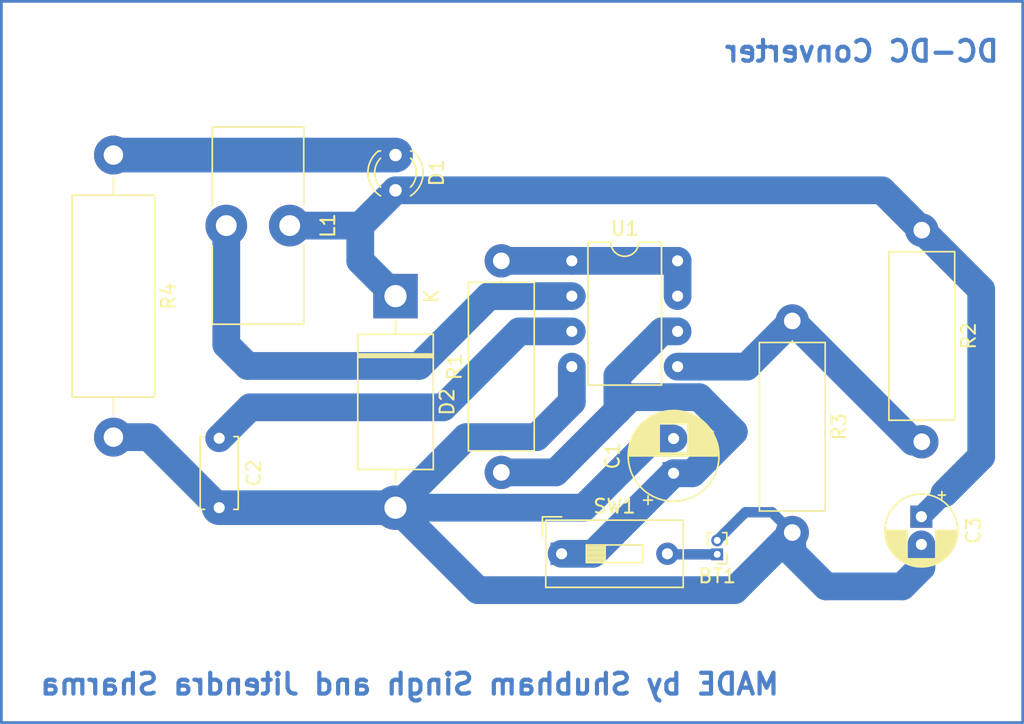
<source format=kicad_pcb>
(kicad_pcb (version 20221018) (generator pcbnew)
  (layers (0 "F.Cu" signal) (31 "B.Cu" signal) (34 "B.Paste" user) (35 "F.Paste" user) (36 "B.SilkS" user "B.Silkscreen") (37 "F.SilkS" user "F.Silkscreen") (38 "B.Mask" user) (39 "F.Mask" user) (44 "Edge.Cuts" user))
  (net 0 "")
  (net 1 "Net-(BT1-+)")
  (net 2 "Net-(BT1--)")
  (net 3 "Net-(U1-Vin)")
  (net 4 "Net-(U1-TC)")
  (net 5 "Net-(D1-A)")
  (net 6 "Net-(D1-K)")
  (net 7 "Net-(U1-SwE)")
  (net 8 "Net-(U1-DC)")
  (net 9 "Net-(U1-Vfb)")
  (footprint "Resistor_THT:R_Axial_DIN0414_L11.9mm_D4.5mm_P15.24mm_Horizontal" (layer "F.Cu") (at 77.23 66.53 90)
    (fp_text reference "R1" (at 7.62 -3.37 90) (layer "F.SilkS"))
    (fp_text value "R_US")
    (fp_line (start 1.44 0) (end 1.55 0) (stroke (width 0.12)) (layer "F.SilkS"))
    (fp_line (start 1.55 -2.37) (end 1.55 2.37) (stroke (width 0.12)) (layer "F.SilkS"))
    (fp_line (start 1.55 2.37) (end 13.69 2.37) (stroke (width 0.12)) (layer "F.SilkS"))
    (fp_line (start 13.69 -2.37) (end 1.55 -2.37) (stroke (width 0.12)) (layer "F.SilkS"))
    (fp_line (start 13.69 2.37) (end 13.69 -2.37) (stroke (width 0.12)) (layer "F.SilkS"))
    (fp_line (start 13.8 0) (end 13.69 0) (stroke (width 0.12)) (layer "F.SilkS"))
    (pad "1" thru_hole circle (at 0 0 90) (size 2.4 2.4) (drill 1.2) (layers "*.Cu" "*.Mask") (net 3 "Net-(U1-Vin)"))
    (pad "2" thru_hole oval (at 15.24 0 90) (size 2.4 2.4) (drill 1.2) (layers "*.Cu" "*.Mask") (net 8 "Net-(U1-DC)"))
  )
  (footprint "Package_DIP:DIP-8_W7.62mm" (layer "F.Cu") (at 82.31 51.29)
    (fp_text reference "U1" (at 3.81 -2.33) (layer "F.SilkS"))
    (fp_text value "MC34063AP")
    (fp_line (start 1.16 -1.33) (end 1.16 8.95) (stroke (width 0.12)) (layer "F.SilkS"))
    (fp_line (start 1.16 8.95) (end 6.46 8.95) (stroke (width 0.12)) (layer "F.SilkS"))
    (fp_line (start 2.81 -1.33) (end 1.16 -1.33) (stroke (width 0.12)) (layer "F.SilkS"))
    (fp_line (start 6.46 -1.33) (end 4.81 -1.33) (stroke (width 0.12)) (layer "F.SilkS"))
    (fp_line (start 6.46 8.95) (end 6.46 -1.33) (stroke (width 0.12)) (layer "F.SilkS"))
    (fp_arc (start 4.81 -1.33) (mid 3.81 -0.33) (end 2.81 -1.33) (stroke (width 0.12)) (layer "F.SilkS"))
    (pad "1" thru_hole rect (at 0 0) (size 1.6 1.6) (drill 0.8) (layers "*.Cu" "*.Mask") (net 8 "Net-(U1-DC)"))
    (pad "2" thru_hole oval (at 0 2.54) (size 1.6 1.6) (drill 0.8) (layers "*.Cu" "*.Mask") (net 7 "Net-(U1-SwE)"))
    (pad "3" thru_hole oval (at 0 5.08) (size 1.6 1.6) (drill 0.8) (layers "*.Cu" "*.Mask") (net 4 "Net-(U1-TC)"))
    (pad "4" thru_hole oval (at 0 7.62) (size 1.6 1.6) (drill 0.8) (layers "*.Cu" "*.Mask") (net 2 "Net-(BT1--)"))
    (pad "5" thru_hole oval (at 7.62 7.62) (size 1.6 1.6) (drill 0.8) (layers "*.Cu" "*.Mask") (net 9 "Net-(U1-Vfb)"))
    (pad "6" thru_hole oval (at 7.62 5.08) (size 1.6 1.6) (drill 0.8) (layers "*.Cu" "*.Mask") (net 3 "Net-(U1-Vin)"))
    (pad "7" thru_hole oval (at 7.62 2.54) (size 1.6 1.6) (drill 0.8) (layers "*.Cu" "*.Mask") (net 8 "Net-(U1-DC)"))
    (pad "8" thru_hole oval (at 7.62 0) (size 1.6 1.6) (drill 0.8) (layers "*.Cu" "*.Mask") (net 8 "Net-(U1-DC)"))
  )
  (footprint "Resistor_THT:R_Axial_DIN0414_L11.9mm_D4.5mm_P15.24mm_Horizontal" (layer "F.Cu") (at 107.52 49.08 -90)
    (fp_text reference "R2" (at 7.62 -3.37 90) (layer "F.SilkS"))
    (fp_text value "R_US")
    (fp_line (start 1.44 0) (end 1.55 0) (stroke (width 0.12)) (layer "F.SilkS"))
    (fp_line (start 1.55 -2.37) (end 1.55 2.37) (stroke (width 0.12)) (layer "F.SilkS"))
    (fp_line (start 1.55 2.37) (end 13.69 2.37) (stroke (width 0.12)) (layer "F.SilkS"))
    (fp_line (start 13.69 -2.37) (end 1.55 -2.37) (stroke (width 0.12)) (layer "F.SilkS"))
    (fp_line (start 13.69 2.37) (end 13.69 -2.37) (stroke (width 0.12)) (layer "F.SilkS"))
    (fp_line (start 13.8 0) (end 13.69 0) (stroke (width 0.12)) (layer "F.SilkS"))
    (pad "1" thru_hole circle (at 0 0 270) (size 2.4 2.4) (drill 1.2) (layers "*.Cu" "*.Mask") (net 5 "Net-(D1-A)"))
    (pad "2" thru_hole oval (at 15.24 0 270) (size 2.4 2.4) (drill 1.2) (layers "*.Cu" "*.Mask") (net 9 "Net-(U1-Vfb)"))
  )
  (footprint "Resistor_THT:R_Axial_DIN0614_L14.3mm_D5.7mm_P20.32mm_Horizontal" (layer "F.Cu") (at 49.29 43.67 -90)
    (fp_text reference "R4" (at 10.16 -3.97 90) (layer "F.SilkS"))
    (fp_text value "R_US")
    (fp_line (start 1.64 0) (end 2.89 0) (stroke (width 0.12)) (layer "F.SilkS"))
    (fp_line (start 2.89 -2.97) (end 2.89 2.97) (stroke (width 0.12)) (layer "F.SilkS"))
    (fp_line (start 2.89 2.97) (end 17.43 2.97) (stroke (width 0.12)) (layer "F.SilkS"))
    (fp_line (start 17.43 -2.97) (end 2.89 -2.97) (stroke (width 0.12)) (layer "F.SilkS"))
    (fp_line (start 17.43 2.97) (end 17.43 -2.97) (stroke (width 0.12)) (layer "F.SilkS"))
    (fp_line (start 18.68 0) (end 17.43 0) (stroke (width 0.12)) (layer "F.SilkS"))
    (pad "1" thru_hole circle (at 0 0 270) (size 2.8 2.8) (drill 1.4) (layers "*.Cu" "*.Mask") (net 6 "Net-(D1-K)"))
    (pad "2" thru_hole oval (at 20.32 0 270) (size 2.8 2.8) (drill 1.4) (layers "*.Cu" "*.Mask") (net 2 "Net-(BT1--)"))
  )
  (footprint "Resistor_THT:R_Axial_DIN0414_L11.9mm_D4.5mm_P15.24mm_Horizontal" (layer "F.Cu") (at 98.19 55.62 -90)
    (fp_text reference "R3" (at 7.62 -3.37 90) (layer "F.SilkS"))
    (fp_text value "R_US")
    (fp_line (start 1.44 0) (end 1.55 0) (stroke (width 0.12)) (layer "F.SilkS"))
    (fp_line (start 1.55 -2.37) (end 1.55 2.37) (stroke (width 0.12)) (layer "F.SilkS"))
    (fp_line (start 1.55 2.37) (end 13.69 2.37) (stroke (width 0.12)) (layer "F.SilkS"))
    (fp_line (start 13.69 -2.37) (end 1.55 -2.37) (stroke (width 0.12)) (layer "F.SilkS"))
    (fp_line (start 13.69 2.37) (end 13.69 -2.37) (stroke (width 0.12)) (layer "F.SilkS"))
    (fp_line (start 13.8 0) (end 13.69 0) (stroke (width 0.12)) (layer "F.SilkS"))
    (pad "1" thru_hole circle (at 0 0 270) (size 2.4 2.4) (drill 1.2) (layers "*.Cu" "*.Mask") (net 9 "Net-(U1-Vfb)"))
    (pad "2" thru_hole oval (at 15.24 0 270) (size 2.4 2.4) (drill 1.2) (layers "*.Cu" "*.Mask") (net 2 "Net-(BT1--)"))
  )
  (footprint "Button_Switch_THT:SW_DIP_SPSTx01_Slide_9.78x4.72mm_W7.62mm_P2.54mm" (layer "F.Cu") (at 81.5725 72.39)
    (fp_text reference "SW1" (at 3.81 -3.42) (layer "F.SilkS"))
    (fp_text value "SW_DIP_x01")
    (fp_line (start -1.38 -2.66) (end -1.38 -1.277) (stroke (width 0.12)) (layer "F.SilkS"))
    (fp_line (start -1.38 -2.66) (end 0.004 -2.66) (stroke (width 0.12)) (layer "F.SilkS"))
    (fp_line (start -1.14 -2.42) (end -1.14 2.42) (stroke (width 0.12)) (layer "F.SilkS"))
    (fp_line (start -1.14 -2.42) (end 8.76 -2.42) (stroke (width 0.12)) (layer "F.SilkS"))
    (fp_line (start -1.14 2.42) (end 8.76 2.42) (stroke (width 0.12)) (layer "F.SilkS"))
    (fp_line (start 1.78 -0.635) (end 1.78 0.635) (stroke (width 0.12)) (layer "F.SilkS"))
    (fp_line (start 1.78 -0.515) (end 3.133333 -0.515) (stroke (width 0.12)) (layer "F.SilkS"))
    (fp_line (start 1.78 -0.395) (end 3.133333 -0.395) (stroke (width 0.12)) (layer "F.SilkS"))
    (fp_line (start 1.78 -0.275) (end 3.133333 -0.275) (stroke (width 0.12)) (layer "F.SilkS"))
    (fp_line (start 1.78 -0.155) (end 3.133333 -0.155) (stroke (width 0.12)) (layer "F.SilkS"))
    (fp_line (start 1.78 -0.035) (end 3.133333 -0.035) (stroke (width 0.12)) (layer "F.SilkS"))
    (fp_line (start 1.78 0.085) (end 3.133333 0.085) (stroke (width 0.12)) (layer "F.SilkS"))
    (fp_line (start 1.78 0.205) (end 3.133333 0.205) (stroke (width 0.12)) (layer "F.SilkS"))
    (fp_line (start 1.78 0.325) (end 3.133333 0.325) (stroke (width 0.12)) (layer "F.SilkS"))
    (fp_line (start 1.78 0.445) (end 3.133333 0.445) (stroke (width 0.12)) (layer "F.SilkS"))
    (fp_line (start 1.78 0.565) (end 3.133333 0.565) (stroke (width 0.12)) (layer "F.SilkS"))
    (fp_line (start 1.78 0.635) (end 5.84 0.635) (stroke (width 0.12)) (layer "F.SilkS"))
    (fp_line (start 3.133333 -0.635) (end 3.133333 0.635) (stroke (width 0.12)) (layer "F.SilkS"))
    (fp_line (start 5.84 -0.635) (end 1.78 -0.635) (stroke (width 0.12)) (layer "F.SilkS"))
    (fp_line (start 5.84 0.635) (end 5.84 -0.635) (stroke (width 0.12)) (layer "F.SilkS"))
    (fp_line (start 8.76 -2.42) (end 8.76 2.42) (stroke (width 0.12)) (layer "F.SilkS"))
    (pad "1" thru_hole rect (at 0 0) (size 1.6 1.6) (drill 0.8) (layers "*.Cu" "*.Mask") (net 3 "Net-(U1-Vin)"))
    (pad "2" thru_hole oval (at 7.62 0) (size 1.6 1.6) (drill 0.8) (layers "*.Cu" "*.Mask") (net 1 "Net-(BT1-+)"))
  )
  (footprint "LED_THT:LED_D3.0mm" (layer "F.Cu") (at 69.61 43.67 -90)
    (fp_text reference "D1" (at 1.27 -2.96 90) (layer "F.SilkS"))
    (fp_text value "LED")
    (fp_line (start -0.29 -1.236) (end -0.29 -1.08) (stroke (width 0.12)) (layer "F.SilkS"))
    (fp_line (start -0.29 1.08) (end -0.29 1.236) (stroke (width 0.12)) (layer "F.SilkS"))
    (fp_arc (start -0.29 -1.235516) (mid 1.366487 -1.987659) (end 2.942335 -1.078608) (stroke (width 0.12)) (layer "F.SilkS"))
    (fp_arc (start 0.229039 -1.08) (mid 1.270117 -1.5) (end 2.31113 -1.079837) (stroke (width 0.12)) (layer "F.SilkS"))
    (fp_arc (start 2.31113 1.079837) (mid 1.270117 1.5) (end 0.229039 1.08) (stroke (width 0.12)) (layer "F.SilkS"))
    (fp_arc (start 2.942335 1.078608) (mid 1.366487 1.987659) (end -0.29 1.235516) (stroke (width 0.12)) (layer "F.SilkS"))
    (pad "1" thru_hole rect (at 0 0 270) (size 1.8 1.8) (drill 0.9) (layers "*.Cu" "*.Mask") (net 6 "Net-(D1-K)"))
    (pad "2" thru_hole circle (at 2.54 0 270) (size 1.8 1.8) (drill 0.9) (layers "*.Cu" "*.Mask") (net 5 "Net-(D1-A)"))
  )
  (footprint "Capacitor_THT:C_Disc_D5.0mm_W2.5mm_P5.00mm" (layer "F.Cu") (at 56.91 64.07 -90)
    (fp_text reference "C2" (at 2.5 -2.5 90) (layer "F.SilkS"))
    (fp_text value "C")
    (fp_line (start -0.12 -1.37) (end -0.12 -1.055) (stroke (width 0.12)) (layer "F.SilkS"))
    (fp_line (start -0.12 -1.37) (end 5.12 -1.37) (stroke (width 0.12)) (layer "F.SilkS"))
    (fp_line (start -0.12 1.055) (end -0.12 1.37) (stroke (width 0.12)) (layer "F.SilkS"))
    (fp_line (start -0.12 1.37) (end 5.12 1.37) (stroke (width 0.12)) (layer "F.SilkS"))
    (fp_line (start 5.12 -1.37) (end 5.12 -1.055) (stroke (width 0.12)) (layer "F.SilkS"))
    (fp_line (start 5.12 1.055) (end 5.12 1.37) (stroke (width 0.12)) (layer "F.SilkS"))
    (pad "1" thru_hole circle (at 0 0 270) (size 1.6 1.6) (drill 0.8) (layers "*.Cu" "*.Mask") (net 4 "Net-(U1-TC)"))
    (pad "2" thru_hole circle (at 5 0 270) (size 1.6 1.6) (drill 0.8) (layers "*.Cu" "*.Mask") (net 2 "Net-(BT1--)"))
  )
  (footprint "Inductor_THT:L_Toroid_Vertical_L14.0mm_W6.3mm_P4.57mm_Pulse_A" (layer "F.Cu") (at 61.99 48.75 -90)
    (fp_text reference "L1" (at 0 -2.75 90) (layer "F.SilkS"))
    (fp_text value "L")
    (fp_line (start -7.105 -1.01) (end -7.105 5.58) (stroke (width 0.12)) (layer "F.SilkS"))
    (fp_line (start -7.105 -1.01) (end -1.454 -1.01) (stroke (width 0.12)) (layer "F.SilkS"))
    (fp_line (start -7.105 5.58) (end -1.454 5.58) (stroke (width 0.12)) (layer "F.SilkS"))
    (fp_line (start 1.454 -1.01) (end 7.105 -1.01) (stroke (width 0.12)) (layer "F.SilkS"))
    (fp_line (start 1.454 5.58) (end 7.105 5.58) (stroke (width 0.12)) (layer "F.SilkS"))
    (fp_line (start 7.105 -1.01) (end 7.105 5.58) (stroke (width 0.12)) (layer "F.SilkS"))
    (pad "1" thru_hole circle (at 0 0 270) (size 3 3) (drill 1.5) (layers "*.Cu" "*.Mask") (net 5 "Net-(D1-A)"))
    (pad "2" thru_hole circle (at 0 4.57 270) (size 3 3) (drill 1.5) (layers "*.Cu" "*.Mask") (net 7 "Net-(U1-SwE)"))
  )
  (footprint "Capacitor_THT:CP_Radial_D5.0mm_P2.00mm" (layer "F.Cu") (at 107.49 69.714888 -90)
    (fp_text reference "C3" (at 1 -3.75 90) (layer "F.SilkS"))
    (fp_text value "C_Polarized_Small_US")
    (fp_line (start -1.804775 -1.475) (end -1.304775 -1.475) (stroke (width 0.12)) (layer "F.SilkS"))
    (fp_line (start -1.554775 -1.725) (end -1.554775 -1.225) (stroke (width 0.12)) (layer "F.SilkS"))
    (fp_line (start 1 -2.58) (end 1 -1.04) (stroke (width 0.12)) (layer "F.SilkS"))
    (fp_line (start 1 1.04) (end 1 2.58) (stroke (width 0.12)) (layer "F.SilkS"))
    (fp_line (start 1.04 -2.58) (end 1.04 -1.04) (stroke (width 0.12)) (layer "F.SilkS"))
    (fp_line (start 1.04 1.04) (end 1.04 2.58) (stroke (width 0.12)) (layer "F.SilkS"))
    (fp_line (start 1.08 -2.579) (end 1.08 -1.04) (stroke (width 0.12)) (layer "F.SilkS"))
    (fp_line (start 1.08 1.04) (end 1.08 2.579) (stroke (width 0.12)) (layer "F.SilkS"))
    (fp_line (start 1.12 -2.578) (end 1.12 -1.04) (stroke (width 0.12)) (layer "F.SilkS"))
    (fp_line (start 1.12 1.04) (end 1.12 2.578) (stroke (width 0.12)) (layer "F.SilkS"))
    (fp_line (start 1.16 -2.576) (end 1.16 -1.04) (stroke (width 0.12)) (layer "F.SilkS"))
    (fp_line (start 1.16 1.04) (end 1.16 2.576) (stroke (width 0.12)) (layer "F.SilkS"))
    (fp_line (start 1.2 -2.573) (end 1.2 -1.04) (stroke (width 0.12)) (layer "F.SilkS"))
    (fp_line (start 1.2 1.04) (end 1.2 2.573) (stroke (width 0.12)) (layer "F.SilkS"))
    (fp_line (start 1.24 -2.569) (end 1.24 -1.04) (stroke (width 0.12)) (layer "F.SilkS"))
    (fp_line (start 1.24 1.04) (end 1.24 2.569) (stroke (width 0.12)) (layer "F.SilkS"))
    (fp_line (start 1.28 -2.565) (end 1.28 -1.04) (stroke (width 0.12)) (layer "F.SilkS"))
    (fp_line (start 1.28 1.04) (end 1.28 2.565) (stroke (width 0.12)) (layer "F.SilkS"))
    (fp_line (start 1.32 -2.561) (end 1.32 -1.04) (stroke (width 0.12)) (layer "F.SilkS"))
    (fp_line (start 1.32 1.04) (end 1.32 2.561) (stroke (width 0.12)) (layer "F.SilkS"))
    (fp_line (start 1.36 -2.556) (end 1.36 -1.04) (stroke (width 0.12)) (layer "F.SilkS"))
    (fp_line (start 1.36 1.04) (end 1.36 2.556) (stroke (width 0.12)) (layer "F.SilkS"))
    (fp_line (start 1.4 -2.55) (end 1.4 -1.04) (stroke (width 0.12)) (layer "F.SilkS"))
    (fp_line (start 1.4 1.04) (end 1.4 2.55) (stroke (width 0.12)) (layer "F.SilkS"))
    (fp_line (start 1.44 -2.543) (end 1.44 -1.04) (stroke (width 0.12)) (layer "F.SilkS"))
    (fp_line (start 1.44 1.04) (end 1.44 2.543) (stroke (width 0.12)) (layer "F.SilkS"))
    (fp_line (start 1.48 -2.536) (end 1.48 -1.04) (stroke (width 0.12)) (layer "F.SilkS"))
    (fp_line (start 1.48 1.04) (end 1.48 2.536) (stroke (width 0.12)) (layer "F.SilkS"))
    (fp_line (start 1.52 -2.528) (end 1.52 -1.04) (stroke (width 0.12)) (layer "F.SilkS"))
    (fp_line (start 1.52 1.04) (end 1.52 2.528) (stroke (width 0.12)) (layer "F.SilkS"))
    (fp_line (start 1.56 -2.52) (end 1.56 -1.04) (stroke (width 0.12)) (layer "F.SilkS"))
    (fp_line (start 1.56 1.04) (end 1.56 2.52) (stroke (width 0.12)) (layer "F.SilkS"))
    (fp_line (start 1.6 -2.511) (end 1.6 -1.04) (stroke (width 0.12)) (layer "F.SilkS"))
    (fp_line (start 1.6 1.04) (end 1.6 2.511) (stroke (width 0.12)) (layer "F.SilkS"))
    (fp_line (start 1.64 -2.501) (end 1.64 -1.04) (stroke (width 0.12)) (layer "F.SilkS"))
    (fp_line (start 1.64 1.04) (end 1.64 2.501) (stroke (width 0.12)) (layer "F.SilkS"))
    (fp_line (start 1.68 -2.491) (end 1.68 -1.04) (stroke (width 0.12)) (layer "F.SilkS"))
    (fp_line (start 1.68 1.04) (end 1.68 2.491) (stroke (width 0.12)) (layer "F.SilkS"))
    (fp_line (start 1.721 -2.48) (end 1.721 -1.04) (stroke (width 0.12)) (layer "F.SilkS"))
    (fp_line (start 1.721 1.04) (end 1.721 2.48) (stroke (width 0.12)) (layer "F.SilkS"))
    (fp_line (start 1.761 -2.468) (end 1.761 -1.04) (stroke (width 0.12)) (layer "F.SilkS"))
    (fp_line (start 1.761 1.04) (end 1.761 2.468) (stroke (width 0.12)) (layer "F.SilkS"))
    (fp_line (start 1.801 -2.455) (end 1.801 -1.04) (stroke (width 0.12)) (layer "F.SilkS"))
    (fp_line (start 1.801 1.04) (end 1.801 2.455) (stroke (width 0.12)) (layer "F.SilkS"))
    (fp_line (start 1.841 -2.442) (end 1.841 -1.04) (stroke (width 0.12)) (layer "F.SilkS"))
    (fp_line (start 1.841 1.04) (end 1.841 2.442) (stroke (width 0.12)) (layer "F.SilkS"))
    (fp_line (start 1.881 -2.428) (end 1.881 -1.04) (stroke (width 0.12)) (layer "F.SilkS"))
    (fp_line (start 1.881 1.04) (end 1.881 2.428) (stroke (width 0.12)) (layer "F.SilkS"))
    (fp_line (start 1.921 -2.414) (end 1.921 -1.04) (stroke (width 0.12)) (layer "F.SilkS"))
    (fp_line (start 1.921 1.04) (end 1.921 2.414) (stroke (width 0.12)) (layer "F.SilkS"))
    (fp_line (start 1.961 -2.398) (end 1.961 -1.04) (stroke (width 0.12)) (layer "F.SilkS"))
    (fp_line (start 1.961 1.04) (end 1.961 2.398) (stroke (width 0.12)) (layer "F.SilkS"))
    (fp_line (start 2.001 -2.382) (end 2.001 -1.04) (stroke (width 0.12)) (layer "F.SilkS"))
    (fp_line (start 2.001 1.04) (end 2.001 2.382) (stroke (width 0.12)) (layer "F.SilkS"))
    (fp_line (start 2.041 -2.365) (end 2.041 -1.04) (stroke (width 0.12)) (layer "F.SilkS"))
    (fp_line (start 2.041 1.04) (end 2.041 2.365) (stroke (width 0.12)) (layer "F.SilkS"))
    (fp_line (start 2.081 -2.348) (end 2.081 -1.04) (stroke (width 0.12)) (layer "F.SilkS"))
    (fp_line (start 2.081 1.04) (end 2.081 2.348) (stroke (width 0.12)) (layer "F.SilkS"))
    (fp_line (start 2.121 -2.329) (end 2.121 -1.04) (stroke (width 0.12)) (layer "F.SilkS"))
    (fp_line (start 2.121 1.04) (end 2.121 2.329) (stroke (width 0.12)) (layer "F.SilkS"))
    (fp_line (start 2.161 -2.31) (end 2.161 -1.04) (stroke (width 0.12)) (layer "F.SilkS"))
    (fp_line (start 2.161 1.04) (end 2.161 2.31) (stroke (width 0.12)) (layer "F.SilkS"))
    (fp_line (start 2.201 -2.29) (end 2.201 -1.04) (stroke (width 0.12)) (layer "F.SilkS"))
    (fp_line (start 2.201 1.04) (end 2.201 2.29) (stroke (width 0.12)) (layer "F.SilkS"))
    (fp_line (start 2.241 -2.268) (end 2.241 -1.04) (stroke (width 0.12)) (layer "F.SilkS"))
    (fp_line (start 2.241 1.04) (end 2.241 2.268) (stroke (width 0.12)) (layer "F.SilkS"))
    (fp_line (start 2.281 -2.247) (end 2.281 -1.04) (stroke (width 0.12)) (layer "F.SilkS"))
    (fp_line (start 2.281 1.04) (end 2.281 2.247) (stroke (width 0.12)) (layer "F.SilkS"))
    (fp_line (start 2.321 -2.224) (end 2.321 -1.04) (stroke (width 0.12)) (layer "F.SilkS"))
    (fp_line (start 2.321 1.04) (end 2.321 2.224) (stroke (width 0.12)) (layer "F.SilkS"))
    (fp_line (start 2.361 -2.2) (end 2.361 -1.04) (stroke (width 0.12)) (layer "F.SilkS"))
    (fp_line (start 2.361 1.04) (end 2.361 2.2) (stroke (width 0.12)) (layer "F.SilkS"))
    (fp_line (start 2.401 -2.175) (end 2.401 -1.04) (stroke (width 0.12)) (layer "F.SilkS"))
    (fp_line (start 2.401 1.04) (end 2.401 2.175) (stroke (width 0.12)) (layer "F.SilkS"))
    (fp_line (start 2.441 -2.149) (end 2.441 -1.04) (stroke (width 0.12)) (layer "F.SilkS"))
    (fp_line (start 2.441 1.04) (end 2.441 2.149) (stroke (width 0.12)) (layer "F.SilkS"))
    (fp_line (start 2.481 -2.122) (end 2.481 -1.04) (stroke (width 0.12)) (layer "F.SilkS"))
    (fp_line (start 2.481 1.04) (end 2.481 2.122) (stroke (width 0.12)) (layer "F.SilkS"))
    (fp_line (start 2.521 -2.095) (end 2.521 -1.04) (stroke (width 0.12)) (layer "F.SilkS"))
    (fp_line (start 2.521 1.04) (end 2.521 2.095) (stroke (width 0.12)) (layer "F.SilkS"))
    (fp_line (start 2.561 -2.065) (end 2.561 -1.04) (stroke (width 0.12)) (layer "F.SilkS"))
    (fp_line (start 2.561 1.04) (end 2.561 2.065) (stroke (width 0.12)) (layer "F.SilkS"))
    (fp_line (start 2.601 -2.035) (end 2.601 -1.04) (stroke (width 0.12)) (layer "F.SilkS"))
    (fp_line (start 2.601 1.04) (end 2.601 2.035) (stroke (width 0.12)) (layer "F.SilkS"))
    (fp_line (start 2.641 -2.004) (end 2.641 -1.04) (stroke (width 0.12)) (layer "F.SilkS"))
    (fp_line (start 2.641 1.04) (end 2.641 2.004) (stroke (width 0.12)) (layer "F.SilkS"))
    (fp_line (start 2.681 -1.971) (end 2.681 -1.04) (stroke (width 0.12)) (layer "F.SilkS"))
    (fp_line (start 2.681 1.04) (end 2.681 1.971) (stroke (width 0.12)) (layer "F.SilkS"))
    (fp_line (start 2.721 -1.937) (end 2.721 -1.04) (stroke (width 0.12)) (layer "F.SilkS"))
    (fp_line (start 2.721 1.04) (end 2.721 1.937) (stroke (width 0.12)) (layer "F.SilkS"))
    (fp_line (start 2.761 -1.901) (end 2.761 -1.04) (stroke (width 0.12)) (layer "F.SilkS"))
    (fp_line (start 2.761 1.04) (end 2.761 1.901) (stroke (width 0.12)) (layer "F.SilkS"))
    (fp_line (start 2.801 -1.864) (end 2.801 -1.04) (stroke (width 0.12)) (layer "F.SilkS"))
    (fp_line (start 2.801 1.04) (end 2.801 1.864) (stroke (width 0.12)) (layer "F.SilkS"))
    (fp_line (start 2.841 -1.826) (end 2.841 -1.04) (stroke (width 0.12)) (layer "F.SilkS"))
    (fp_line (start 2.841 1.04) (end 2.841 1.826) (stroke (width 0.12)) (layer "F.SilkS"))
    (fp_line (start 2.881 -1.785) (end 2.881 -1.04) (stroke (width 0.12)) (layer "F.SilkS"))
    (fp_line (start 2.881 1.04) (end 2.881 1.785) (stroke (width 0.12)) (layer "F.SilkS"))
    (fp_line (start 2.921 -1.743) (end 2.921 -1.04) (stroke (width 0.12)) (layer "F.SilkS"))
    (fp_line (start 2.921 1.04) (end 2.921 1.743) (stroke (width 0.12)) (layer "F.SilkS"))
    (fp_line (start 2.961 -1.699) (end 2.961 -1.04) (stroke (width 0.12)) (layer "F.SilkS"))
    (fp_line (start 2.961 1.04) (end 2.961 1.699) (stroke (width 0.12)) (layer "F.SilkS"))
    (fp_line (start 3.001 -1.653) (end 3.001 -1.04) (stroke (width 0.12)) (layer "F.SilkS"))
    (fp_line (start 3.001 1.04) (end 3.001 1.653) (stroke (width 0.12)) (layer "F.SilkS"))
    (fp_line (start 3.041 -1.605) (end 3.041 1.605) (stroke (width 0.12)) (layer "F.SilkS"))
    (fp_line (start 3.081 -1.554) (end 3.081 1.554) (stroke (width 0.12)) (layer "F.SilkS"))
    (fp_line (start 3.121 -1.5) (end 3.121 1.5) (stroke (width 0.12)) (layer "F.SilkS"))
    (fp_line (start 3.161 -1.443) (end 3.161 1.443) (stroke (width 0.12)) (layer "F.SilkS"))
    (fp_line (start 3.201 -1.383) (end 3.201 1.383) (stroke (width 0.12)) (layer "F.SilkS"))
    (fp_line (start 3.241 -1.319) (end 3.241 1.319) (stroke (width 0.12)) (layer "F.SilkS"))
    (fp_line (start 3.281 -1.251) (end 3.281 1.251) (stroke (width 0.12)) (layer "F.SilkS"))
    (fp_line (start 3.321 -1.178) (end 3.321 1.178) (stroke (width 0.12)) (layer "F.SilkS"))
    (fp_line (start 3.361 -1.098) (end 3.361 1.098) (stroke (width 0.12)) (layer "F.SilkS"))
    (fp_line (start 3.401 -1.011) (end 3.401 1.011) (stroke (width 0.12)) (layer "F.SilkS"))
    (fp_line (start 3.441 -0.915) (end 3.441 0.915) (stroke (width 0.12)) (layer "F.SilkS"))
    (fp_line (start 3.481 -0.805) (end 3.481 0.805) (stroke (width 0.12)) (layer "F.SilkS"))
    (fp_line (start 3.521 -0.677) (end 3.521 0.677) (stroke (width 0.12)) (layer "F.SilkS"))
    (fp_line (start 3.561 -0.518) (end 3.561 0.518) (stroke (width 0.12)) (layer "F.SilkS"))
    (fp_line (start 3.601 -0.284) (end 3.601 0.284) (stroke (width 0.12)) (layer "F.SilkS"))
    (fp_circle (center 1 0) (end 3.62 0) (stroke (width 0.12)) (fill none) (layer "F.SilkS"))
    (pad "1" thru_hole rect (at 0 0 270) (size 1.6 1.6) (drill 0.8) (layers "*.Cu" "*.Mask") (net 5 "Net-(D1-A)"))
    (pad "2" thru_hole circle (at 2 0 270) (size 1.6 1.6) (drill 0.8) (layers "*.Cu" "*.Mask") (net 2 "Net-(BT1--)"))
  )
  (footprint "Connector_PinHeader_1.00mm:PinHeader_1x02_P1.00mm_Vertical" (layer "F.Cu") (at 92.78 72.43 180)
    (fp_text reference "BT1" (at 0 -1.56) (layer "F.SilkS"))
    (fp_text value "Battery")
    (fp_line (start -0.695 -0.685) (end 0 -0.685) (stroke (width 0.12)) (layer "F.SilkS"))
    (fp_line (start -0.695 0) (end -0.695 -0.685) (stroke (width 0.12)) (layer "F.SilkS"))
    (fp_line (start -0.695 0.685) (end -0.695 1.56) (stroke (width 0.12)) (layer "F.SilkS"))
    (fp_line (start -0.695 0.685) (end -0.608276 0.685) (stroke (width 0.12)) (layer "F.SilkS"))
    (fp_line (start -0.695 1.56) (end -0.394493 1.56) (stroke (width 0.12)) (layer "F.SilkS"))
    (fp_line (start 0.394493 1.56) (end 0.695 1.56) (stroke (width 0.12)) (layer "F.SilkS"))
    (fp_line (start 0.608276 0.685) (end 0.695 0.685) (stroke (width 0.12)) (layer "F.SilkS"))
    (fp_line (start 0.695 0.685) (end 0.695 1.56) (stroke (width 0.12)) (layer "F.SilkS"))
    (pad "1" thru_hole rect (at 0 0 180) (size 0.85 0.85) (drill 0.5) (layers "*.Cu" "*.Mask") (net 1 "Net-(BT1-+)"))
    (pad "2" thru_hole oval (at 0 1 180) (size 0.85 0.85) (drill 0.5) (layers "*.Cu" "*.Mask") (net 2 "Net-(BT1--)"))
  )
  (footprint "Capacitor_THT:CP_Radial_D6.3mm_P2.50mm" (layer "F.Cu") (at 89.64 66.59 90)
    (fp_text reference "C1" (at 1.25 -4.4 90) (layer "F.SilkS"))
    (fp_text value "C_Polarized_Small_US")
    (fp_line (start -2.250241 -1.839) (end -1.620241 -1.839) (stroke (width 0.12)) (layer "F.SilkS"))
    (fp_line (start -1.935241 -2.154) (end -1.935241 -1.524) (stroke (width 0.12)) (layer "F.SilkS"))
    (fp_line (start 1.25 -3.23) (end 1.25 3.23) (stroke (width 0.12)) (layer "F.SilkS"))
    (fp_line (start 1.29 -3.23) (end 1.29 3.23) (stroke (width 0.12)) (layer "F.SilkS"))
    (fp_line (start 1.33 -3.23) (end 1.33 3.23) (stroke (width 0.12)) (layer "F.SilkS"))
    (fp_line (start 1.37 -3.228) (end 1.37 3.228) (stroke (width 0.12)) (layer "F.SilkS"))
    (fp_line (start 1.41 -3.227) (end 1.41 3.227) (stroke (width 0.12)) (layer "F.SilkS"))
    (fp_line (start 1.45 -3.224) (end 1.45 3.224) (stroke (width 0.12)) (layer "F.SilkS"))
    (fp_line (start 1.49 -3.222) (end 1.49 -1.04) (stroke (width 0.12)) (layer "F.SilkS"))
    (fp_line (start 1.49 1.04) (end 1.49 3.222) (stroke (width 0.12)) (layer "F.SilkS"))
    (fp_line (start 1.53 -3.218) (end 1.53 -1.04) (stroke (width 0.12)) (layer "F.SilkS"))
    (fp_line (start 1.53 1.04) (end 1.53 3.218) (stroke (width 0.12)) (layer "F.SilkS"))
    (fp_line (start 1.57 -3.215) (end 1.57 -1.04) (stroke (width 0.12)) (layer "F.SilkS"))
    (fp_line (start 1.57 1.04) (end 1.57 3.215) (stroke (width 0.12)) (layer "F.SilkS"))
    (fp_line (start 1.61 -3.211) (end 1.61 -1.04) (stroke (width 0.12)) (layer "F.SilkS"))
    (fp_line (start 1.61 1.04) (end 1.61 3.211) (stroke (width 0.12)) (layer "F.SilkS"))
    (fp_line (start 1.65 -3.206) (end 1.65 -1.04) (stroke (width 0.12)) (layer "F.SilkS"))
    (fp_line (start 1.65 1.04) (end 1.65 3.206) (stroke (width 0.12)) (layer "F.SilkS"))
    (fp_line (start 1.69 -3.201) (end 1.69 -1.04) (stroke (width 0.12)) (layer "F.SilkS"))
    (fp_line (start 1.69 1.04) (end 1.69 3.201) (stroke (width 0.12)) (layer "F.SilkS"))
    (fp_line (start 1.73 -3.195) (end 1.73 -1.04) (stroke (width 0.12)) (layer "F.SilkS"))
    (fp_line (start 1.73 1.04) (end 1.73 3.195) (stroke (width 0.12)) (layer "F.SilkS"))
    (fp_line (start 1.77 -3.189) (end 1.77 -1.04) (stroke (width 0.12)) (layer "F.SilkS"))
    (fp_line (start 1.77 1.04) (end 1.77 3.189) (stroke (width 0.12)) (layer "F.SilkS"))
    (fp_line (start 1.81 -3.182) (end 1.81 -1.04) (stroke (width 0.12)) (layer "F.SilkS"))
    (fp_line (start 1.81 1.04) (end 1.81 3.182) (stroke (width 0.12)) (layer "F.SilkS"))
    (fp_line (start 1.85 -3.175) (end 1.85 -1.04) (stroke (width 0.12)) (layer "F.SilkS"))
    (fp_line (start 1.85 1.04) (end 1.85 3.175) (stroke (width 0.12)) (layer "F.SilkS"))
    (fp_line (start 1.89 -3.167) (end 1.89 -1.04) (stroke (width 0.12)) (layer "F.SilkS"))
    (fp_line (start 1.89 1.04) (end 1.89 3.167) (stroke (width 0.12)) (layer "F.SilkS"))
    (fp_line (start 1.93 -3.159) (end 1.93 -1.04) (stroke (width 0.12)) (layer "F.SilkS"))
    (fp_line (start 1.93 1.04) (end 1.93 3.159) (stroke (width 0.12)) (layer "F.SilkS"))
    (fp_line (start 1.971 -3.15) (end 1.971 -1.04) (stroke (width 0.12)) (layer "F.SilkS"))
    (fp_line (start 1.971 1.04) (end 1.971 3.15) (stroke (width 0.12)) (layer "F.SilkS"))
    (fp_line (start 2.011 -3.141) (end 2.011 -1.04) (stroke (width 0.12)) (layer "F.SilkS"))
    (fp_line (start 2.011 1.04) (end 2.011 3.141) (stroke (width 0.12)) (layer "F.SilkS"))
    (fp_line (start 2.051 -3.131) (end 2.051 -1.04) (stroke (width 0.12)) (layer "F.SilkS"))
    (fp_line (start 2.051 1.04) (end 2.051 3.131) (stroke (width 0.12)) (layer "F.SilkS"))
    (fp_line (start 2.091 -3.121) (end 2.091 -1.04) (stroke (width 0.12)) (layer "F.SilkS"))
    (fp_line (start 2.091 1.04) (end 2.091 3.121) (stroke (width 0.12)) (layer "F.SilkS"))
    (fp_line (start 2.131 -3.11) (end 2.131 -1.04) (stroke (width 0.12)) (layer "F.SilkS"))
    (fp_line (start 2.131 1.04) (end 2.131 3.11) (stroke (width 0.12)) (layer "F.SilkS"))
    (fp_line (start 2.171 -3.098) (end 2.171 -1.04) (stroke (width 0.12)) (layer "F.SilkS"))
    (fp_line (start 2.171 1.04) (end 2.171 3.098) (stroke (width 0.12)) (layer "F.SilkS"))
    (fp_line (start 2.211 -3.086) (end 2.211 -1.04) (stroke (width 0.12)) (layer "F.SilkS"))
    (fp_line (start 2.211 1.04) (end 2.211 3.086) (stroke (width 0.12)) (layer "F.SilkS"))
    (fp_line (start 2.251 -3.074) (end 2.251 -1.04) (stroke (width 0.12)) (layer "F.SilkS"))
    (fp_line (start 2.251 1.04) (end 2.251 3.074) (stroke (width 0.12)) (layer "F.SilkS"))
    (fp_line (start 2.291 -3.061) (end 2.291 -1.04) (stroke (width 0.12)) (layer "F.SilkS"))
    (fp_line (start 2.291 1.04) (end 2.291 3.061) (stroke (width 0.12)) (layer "F.SilkS"))
    (fp_line (start 2.331 -3.047) (end 2.331 -1.04) (stroke (width 0.12)) (layer "F.SilkS"))
    (fp_line (start 2.331 1.04) (end 2.331 3.047) (stroke (width 0.12)) (layer "F.SilkS"))
    (fp_line (start 2.371 -3.033) (end 2.371 -1.04) (stroke (width 0.12)) (layer "F.SilkS"))
    (fp_line (start 2.371 1.04) (end 2.371 3.033) (stroke (width 0.12)) (layer "F.SilkS"))
    (fp_line (start 2.411 -3.018) (end 2.411 -1.04) (stroke (width 0.12)) (layer "F.SilkS"))
    (fp_line (start 2.411 1.04) (end 2.411 3.018) (stroke (width 0.12)) (layer "F.SilkS"))
    (fp_line (start 2.451 -3.002) (end 2.451 -1.04) (stroke (width 0.12)) (layer "F.SilkS"))
    (fp_line (start 2.451 1.04) (end 2.451 3.002) (stroke (width 0.12)) (layer "F.SilkS"))
    (fp_line (start 2.491 -2.986) (end 2.491 -1.04) (stroke (width 0.12)) (layer "F.SilkS"))
    (fp_line (start 2.491 1.04) (end 2.491 2.986) (stroke (width 0.12)) (layer "F.SilkS"))
    (fp_line (start 2.531 -2.97) (end 2.531 -1.04) (stroke (width 0.12)) (layer "F.SilkS"))
    (fp_line (start 2.531 1.04) (end 2.531 2.97) (stroke (width 0.12)) (layer "F.SilkS"))
    (fp_line (start 2.571 -2.952) (end 2.571 -1.04) (stroke (width 0.12)) (layer "F.SilkS"))
    (fp_line (start 2.571 1.04) (end 2.571 2.952) (stroke (width 0.12)) (layer "F.SilkS"))
    (fp_line (start 2.611 -2.934) (end 2.611 -1.04) (stroke (width 0.12)) (layer "F.SilkS"))
    (fp_line (start 2.611 1.04) (end 2.611 2.934) (stroke (width 0.12)) (layer "F.SilkS"))
    (fp_line (start 2.651 -2.916) (end 2.651 -1.04) (stroke (width 0.12)) (layer "F.SilkS"))
    (fp_line (start 2.651 1.04) (end 2.651 2.916) (stroke (width 0.12)) (layer "F.SilkS"))
    (fp_line (start 2.691 -2.896) (end 2.691 -1.04) (stroke (width 0.12)) (layer "F.SilkS"))
    (fp_line (start 2.691 1.04) (end 2.691 2.896) (stroke (width 0.12)) (layer "F.SilkS"))
    (fp_line (start 2.731 -2.876) (end 2.731 -1.04) (stroke (width 0.12)) (layer "F.SilkS"))
    (fp_line (start 2.731 1.04) (end 2.731 2.876) (stroke (width 0.12)) (layer "F.SilkS"))
    (fp_line (start 2.771 -2.856) (end 2.771 -1.04) (stroke (width 0.12)) (layer "F.SilkS"))
    (fp_line (start 2.771 1.04) (end 2.771 2.856) (stroke (width 0.12)) (layer "F.SilkS"))
    (fp_line (start 2.811 -2.834) (end 2.811 -1.04) (stroke (width 0.12)) (layer "F.SilkS"))
    (fp_line (start 2.811 1.04) (end 2.811 2.834) (stroke (width 0.12)) (layer "F.SilkS"))
    (fp_line (start 2.851 -2.812) (end 2.851 -1.04) (stroke (width 0.12)) (layer "F.SilkS"))
    (fp_line (start 2.851 1.04) (end 2.851 2.812) (stroke (width 0.12)) (layer "F.SilkS"))
    (fp_line (start 2.891 -2.79) (end 2.891 -1.04) (stroke (width 0.12)) (layer "F.SilkS"))
    (fp_line (start 2.891 1.04) (end 2.891 2.79) (stroke (width 0.12)) (layer "F.SilkS"))
    (fp_line (start 2.931 -2.766) (end 2.931 -1.04) (stroke (width 0.12)) (layer "F.SilkS"))
    (fp_line (start 2.931 1.04) (end 2.931 2.766) (stroke (width 0.12)) (layer "F.SilkS"))
    (fp_line (start 2.971 -2.742) (end 2.971 -1.04) (stroke (width 0.12)) (layer "F.SilkS"))
    (fp_line (start 2.971 1.04) (end 2.971 2.742) (stroke (width 0.12)) (layer "F.SilkS"))
    (fp_line (start 3.011 -2.716) (end 3.011 -1.04) (stroke (width 0.12)) (layer "F.SilkS"))
    (fp_line (start 3.011 1.04) (end 3.011 2.716) (stroke (width 0.12)) (layer "F.SilkS"))
    (fp_line (start 3.051 -2.69) (end 3.051 -1.04) (stroke (width 0.12)) (layer "F.SilkS"))
    (fp_line (start 3.051 1.04) (end 3.051 2.69) (stroke (width 0.12)) (layer "F.SilkS"))
    (fp_line (start 3.091 -2.664) (end 3.091 -1.04) (stroke (width 0.12)) (layer "F.SilkS"))
    (fp_line (start 3.091 1.04) (end 3.091 2.664) (stroke (width 0.12)) (layer "F.SilkS"))
    (fp_line (start 3.131 -2.636) (end 3.131 -1.04) (stroke (width 0.12)) (layer "F.SilkS"))
    (fp_line (start 3.131 1.04) (end 3.131 2.636) (stroke (width 0.12)) (layer "F.SilkS"))
    (fp_line (start 3.171 -2.607) (end 3.171 -1.04) (stroke (width 0.12)) (layer "F.SilkS"))
    (fp_line (start 3.171 1.04) (end 3.171 2.607) (stroke (width 0.12)) (layer "F.SilkS"))
    (fp_line (start 3.211 -2.578) (end 3.211 -1.04) (stroke (width 0.12)) (layer "F.SilkS"))
    (fp_line (start 3.211 1.04) (end 3.211 2.578) (stroke (width 0.12)) (layer "F.SilkS"))
    (fp_line (start 3.251 -2.548) (end 3.251 -1.04) (stroke (width 0.12)) (layer "F.SilkS"))
    (fp_line (start 3.251 1.04) (end 3.251 2.548) (stroke (width 0.12)) (layer "F.SilkS"))
    (fp_line (start 3.291 -2.516) (end 3.291 -1.04) (stroke (width 0.12)) (layer "F.SilkS"))
    (fp_line (start 3.291 1.04) (end 3.291 2.516) (stroke (width 0.12)) (layer "F.SilkS"))
    (fp_line (start 3.331 -2.484) (end 3.331 -1.04) (stroke (width 0.12)) (layer "F.SilkS"))
    (fp_line (start 3.331 1.04) (end 3.331 2.484) (stroke (width 0.12)) (layer "F.SilkS"))
    (fp_line (start 3.371 -2.45) (end 3.371 -1.04) (stroke (width 0.12)) (layer "F.SilkS"))
    (fp_line (start 3.371 1.04) (end 3.371 2.45) (stroke (width 0.12)) (layer "F.SilkS"))
    (fp_line (start 3.411 -2.416) (end 3.411 -1.04) (stroke (width 0.12)) (layer "F.SilkS"))
    (fp_line (start 3.411 1.04) (end 3.411 2.416) (stroke (width 0.12)) (layer "F.SilkS"))
    (fp_line (start 3.451 -2.38) (end 3.451 -1.04) (stroke (width 0.12)) (layer "F.SilkS"))
    (fp_line (start 3.451 1.04) (end 3.451 2.38) (stroke (width 0.12)) (layer "F.SilkS"))
    (fp_line (start 3.491 -2.343) (end 3.491 -1.04) (stroke (width 0.12)) (layer "F.SilkS"))
    (fp_line (start 3.491 1.04) (end 3.491 2.343) (stroke (width 0.12)) (layer "F.SilkS"))
    (fp_line (start 3.531 -2.305) (end 3.531 -1.04) (stroke (width 0.12)) (layer "F.SilkS"))
    (fp_line (start 3.531 1.04) (end 3.531 2.305) (stroke (width 0.12)) (layer "F.SilkS"))
    (fp_line (start 3.571 -2.265) (end 3.571 2.265) (stroke (width 0.12)) (layer "F.SilkS"))
    (fp_line (start 3.611 -2.224) (end 3.611 2.224) (stroke (width 0.12)) (layer "F.SilkS"))
    (fp_line (start 3.651 -2.182) (end 3.651 2.182) (stroke (width 0.12)) (layer "F.SilkS"))
    (fp_line (start 3.691 -2.137) (end 3.691 2.137) (stroke (width 0.12)) (layer "F.SilkS"))
    (fp_line (start 3.731 -2.092) (end 3.731 2.092) (stroke (width 0.12)) (layer "F.SilkS"))
    (fp_line (start 3.771 -2.044) (end 3.771 2.044) (stroke (width 0.12)) (layer "F.SilkS"))
    (fp_line (start 3.811 -1.995) (end 3.811 1.995) (stroke (width 0.12)) (layer "F.SilkS"))
    (fp_line (start 3.851 -1.944) (end 3.851 1.944) (stroke (width 0.12)) (layer "F.SilkS"))
    (fp_line (start 3.891 -1.89) (end 3.891 1.89) (stroke (width 0.12)) (layer "F.SilkS"))
    (fp_line (start 3.931 -1.834) (end 3.931 1.834) (stroke (width 0.12)) (layer "F.SilkS"))
    (fp_line (start 3.971 -1.776) (end 3.971 1.776) (stroke (width 0.12)) (layer "F.SilkS"))
    (fp_line (start 4.011 -1.714) (end 4.011 1.714) (stroke (width 0.12)) (layer "F.SilkS"))
    (fp_line (start 4.051 -1.65) (end 4.051 1.65) (stroke (width 0.12)) (layer "F.SilkS"))
    (fp_line (start 4.091 -1.581) (end 4.091 1.581) (stroke (width 0.12)) (layer "F.SilkS"))
    (fp_line (start 4.131 -1.509) (end 4.131 1.509) (stroke (width 0.12)) (layer "F.SilkS"))
    (fp_line (start 4.171 -1.432) (end 4.171 1.432) (stroke (width 0.12)) (layer "F.SilkS"))
    (fp_line (start 4.211 -1.35) (end 4.211 1.35) (stroke (width 0.12)) (layer "F.SilkS"))
    (fp_line (start 4.251 -1.262) (end 4.251 1.262) (stroke (width 0.12)) (layer "F.SilkS"))
    (fp_line (start 4.291 -1.165) (end 4.291 1.165) (stroke (width 0.12)) (layer "F.SilkS"))
    (fp_line (start 4.331 -1.059) (end 4.331 1.059) (stroke (width 0.12)) (layer "F.SilkS"))
    (fp_line (start 4.371 -0.94) (end 4.371 0.94) (stroke (width 0.12)) (layer "F.SilkS"))
    (fp_line (start 4.411 -0.802) (end 4.411 0.802) (stroke (width 0.12)) (layer "F.SilkS"))
    (fp_line (start 4.451 -0.633) (end 4.451 0.633) (stroke (width 0.12)) (layer "F.SilkS"))
    (fp_line (start 4.491 -0.402) (end 4.491 0.402) (stroke (width 0.12)) (layer "F.SilkS"))
    (fp_circle (center 1.25 0) (end 4.52 0) (stroke (width 0.12)) (fill none) (layer "F.SilkS"))
    (pad "1" thru_hole rect (at 0 0 90) (size 1.6 1.6) (drill 0.8) (layers "*.Cu" "*.Mask") (net 3 "Net-(U1-Vin)"))
    (pad "2" thru_hole circle (at 2.5 0 90) (size 1.6 1.6) (drill 0.8) (layers "*.Cu" "*.Mask") (net 2 "Net-(BT1--)"))
  )
  (footprint "Diode_THT:D_DO-201AD_P15.24mm_Horizontal" (layer "F.Cu") (at 69.61 53.83 -90)
    (fp_text reference "D2" (at 7.62 -3.72 90) (layer "F.SilkS"))
    (fp_text value "MBR340")
    (fp_text user "K" (at 0 -2.6 90) (layer "F.SilkS"))
    (fp_line (start 1.84 0) (end 2.75 0) (stroke (width 0.12)) (layer "F.SilkS"))
    (fp_line (start 2.75 -2.72) (end 2.75 2.72) (stroke (width 0.12)) (layer "F.SilkS"))
    (fp_line (start 2.75 2.72) (end 12.49 2.72) (stroke (width 0.12)) (layer "F.SilkS"))
    (fp_line (start 4.175 -2.72) (end 4.175 2.72) (stroke (width 0.12)) (layer "F.SilkS"))
    (fp_line (start 4.295 -2.72) (end 4.295 2.72) (stroke (width 0.12)) (layer "F.SilkS"))
    (fp_line (start 4.415 -2.72) (end 4.415 2.72) (stroke (width 0.12)) (layer "F.SilkS"))
    (fp_line (start 12.49 -2.72) (end 2.75 -2.72) (stroke (width 0.12)) (layer "F.SilkS"))
    (fp_line (start 12.49 2.72) (end 12.49 -2.72) (stroke (width 0.12)) (layer "F.SilkS"))
    (fp_line (start 13.4 0) (end 12.49 0) (stroke (width 0.12)) (layer "F.SilkS"))
    (pad "1" thru_hole rect (at 0 0 270) (size 3.2 3.2) (drill 1.6) (layers "*.Cu" "*.Mask") (net 5 "Net-(D1-A)"))
    (pad "2" thru_hole oval (at 15.24 0 270) (size 3.2 3.2) (drill 1.6) (layers "*.Cu" "*.Mask") (net 2 "Net-(BT1--)"))
  )
  (gr_rect (start 41.22 32.6) (end 114.79 84.55) (stroke (width 0.2)) (fill none) (layer "B.Cu"))
  (gr_text "MADE by Shubham Singh and Jitendra Sharma" (at 97.39 82.66) (layer "B.Cu") (effects (font (size 1.5 1.5) (thickness 0.3) bold) (justify left bottom mirror)))
  (gr_text "DC-DC Converter" (at 113.21 37.07) (layer "B.Cu") (effects (font (size 1.5 1.5) (thickness 0.3) bold) (justify left bottom mirror)))
  (segment (start 92.78 72.43) (end 89.2325 72.43) (width 0.75) (layer "B.Cu") (net 1))
  (segment (start 89.2325 72.43) (end 89.1925 72.39) (width 0.75) (layer "B.Cu") (net 1))
  (segment (start 98.19 72.31) (end 100.62 74.74) (width 2) (layer "B.Cu") (net 2))
  (segment (start 106.11 74.74) (end 107.49 73.36) (width 2) (layer "B.Cu") (net 2))
  (segment (start 82.31 61.45) (end 82.31 58.91) (width 2) (layer "B.Cu") (net 2))
  (segment (start 51.83 63.99) (end 56.91 69.07) (width 2) (layer "B.Cu") (net 2))
  (segment (start 98.19 70.86) (end 98.19 72.31) (width 2) (layer "B.Cu") (net 2))
  (segment (start 83.16 69.07) (end 69.61 69.07) (width 2) (layer "B.Cu") (net 2))
  (segment (start 107.49 73.36) (end 107.49 71.714888) (width 2) (layer "B.Cu") (net 2))
  (segment (start 74.69 63.99) (end 79.77 63.99) (width 2) (layer "B.Cu") (net 2))
  (segment (start 88.14 64.09) (end 83.16 69.07) (width 2) (layer "B.Cu") (net 2))
  (segment (start 69.61 69.07) (end 74.69 63.99) (width 2) (layer "B.Cu") (net 2))
  (segment (start 75.55 75.01) (end 69.61 69.07) (width 2) (layer "B.Cu") (net 2))
  (segment (start 56.91 69.07) (end 69.61 69.07) (width 2.5) (layer "B.Cu") (net 2))
  (segment (start 49.29 63.99) (end 51.83 63.99) (width 2) (layer "B.Cu") (net 2))
  (segment (start 98.19 70.86) (end 97.195 71.855) (width 2) (layer "B.Cu") (net 2))
  (segment (start 100.62 74.74) (end 106.11 74.74) (width 2) (layer "B.Cu") (net 2))
  (segment (start 92.78 71.43) (end 94.81 69.4) (width 0.75) (layer "B.Cu") (net 2))
  (segment (start 94.04 75.01) (end 75.55 75.01) (width 2) (layer "B.Cu") (net 2))
  (segment (start 96.73 69.4) (end 98.19 70.86) (width 0.75) (layer "B.Cu") (net 2))
  (segment (start 97.195 71.855) (end 94.04 75.01) (width 2) (layer "B.Cu") (net 2))
  (segment (start 94.81 69.4) (end 96.73 69.4) (width 0.75) (layer "B.Cu") (net 2))
  (segment (start 89.64 64.09) (end 88.14 64.09) (width 2) (layer "B.Cu") (net 2))
  (segment (start 79.77 63.99) (end 82.31 61.45) (width 2) (layer "B.Cu") (net 2))
  (segment (start 81.14 66.53) (end 85.59 62.08) (width 2) (layer "B.Cu") (net 3))
  (segment (start 86.56 61.11) (end 85.59 62.08) (width 2) (layer "B.Cu") (net 3))
  (segment (start 83.84 72.39) (end 81.5725 72.39) (width 2) (layer "B.Cu") (net 3))
  (segment (start 89.64 66.59) (end 83.84 72.39) (width 2) (layer "B.Cu") (net 3))
  (segment (start 85.59 62.08) (end 85.59 59.57863) (width 2) (layer "B.Cu") (net 3))
  (segment (start 91.48 61.11) (end 86.56 61.11) (width 2) (layer "B.Cu") (net 3))
  (segment (start 85.59 59.57863) (end 88.79863 56.37) (width 2) (layer "B.Cu") (net 3))
  (segment (start 91 66.59) (end 93.98 63.61) (width 2) (layer "B.Cu") (net 3))
  (segment (start 88.79863 56.37) (end 89.93 56.37) (width 2) (layer "B.Cu") (net 3))
  (segment (start 93.98 63.61) (end 91.48 61.11) (width 2) (layer "B.Cu") (net 3))
  (segment (start 77.23 66.53) (end 81.14 66.53) (width 2) (layer "B.Cu") (net 3))
  (segment (start 89.64 66.59) (end 91 66.59) (width 2) (layer "B.Cu") (net 3))
  (segment (start 56.91 64.07) (end 59.14 61.84) (width 2) (layer "B.Cu") (net 4))
  (segment (start 78.52 56.37) (end 82.31 56.37) (width 2) (layer "B.Cu") (net 4))
  (segment (start 73.05 61.84) (end 78.52 56.37) (width 2) (layer "B.Cu") (net 4))
  (segment (start 59.14 61.84) (end 73.05 61.84) (width 2) (layer "B.Cu") (net 4))
  (segment (start 67.07 51.29) (end 69.61 53.83) (width 2) (layer "B.Cu") (net 5))
  (segment (start 111.8 65.39) (end 111.8 53.36) (width 2) (layer "B.Cu") (net 5))
  (segment (start 111.8 53.36) (end 107.52 49.08) (width 2) (layer "B.Cu") (net 5))
  (segment (start 107.49 69.7) (end 109.15 68.04) (width 1.5) (layer "B.Cu") (net 5))
  (segment (start 67.07 48.75) (end 69.61 46.21) (width 2) (layer "B.Cu") (net 5))
  (segment (start 69.61 46.21) (end 104.65 46.21) (width 2) (layer "B.Cu") (net 5))
  (segment (start 61.99 48.75) (end 67.07 48.75) (width 2) (layer "B.Cu") (net 5))
  (segment (start 109.15 68.04) (end 111.8 65.39) (width 2) (layer "B.Cu") (net 5))
  (segment (start 107.49 69.714888) (end 107.49 69.7) (width 1.5) (layer "B.Cu") (net 5))
  (segment (start 67.07 48.75) (end 67.07 51.29) (width 2) (layer "B.Cu") (net 5))
  (segment (start 104.65 46.21) (end 107.52 49.08) (width 2) (layer "B.Cu") (net 5))
  (segment (start 49.29 43.67) (end 69.61 43.67) (width 2.5) (layer "B.Cu") (net 6))
  (segment (start 58.95 58.86) (end 71.31 58.86) (width 2) (layer "B.Cu") (net 7))
  (segment (start 57.42 48.75) (end 57.42 57.33) (width 2) (layer "B.Cu") (net 7))
  (segment (start 76.34 53.83) (end 82.31 53.83) (width 2) (layer "B.Cu") (net 7))
  (segment (start 71.31 58.86) (end 76.34 53.83) (width 2) (layer "B.Cu") (net 7))
  (segment (start 57.42 57.33) (end 58.95 58.86) (width 2) (layer "B.Cu") (net 7))
  (segment (start 82.31 51.29) (end 89.93 51.29) (width 2) (layer "B.Cu") (net 8))
  (segment (start 89.93 51.29) (end 89.93 53.83) (width 2) (layer "B.Cu") (net 8))
  (segment (start 77.23 51.29) (end 82.31 51.29) (width 2) (layer "B.Cu") (net 8))
  (segment (start 106.89 64.32) (end 98.19 55.62) (width 2) (layer "B.Cu") (net 9))
  (segment (start 98.19 55.62) (end 94.9 58.91) (width 2) (layer "B.Cu") (net 9))
  (segment (start 94.9 58.91) (end 89.93 58.91) (width 2) (layer "B.Cu") (net 9))
  (segment (start 107.52 64.32) (end 106.89 64.32) (width 2) (layer "B.Cu") (net 9))
)
</source>
